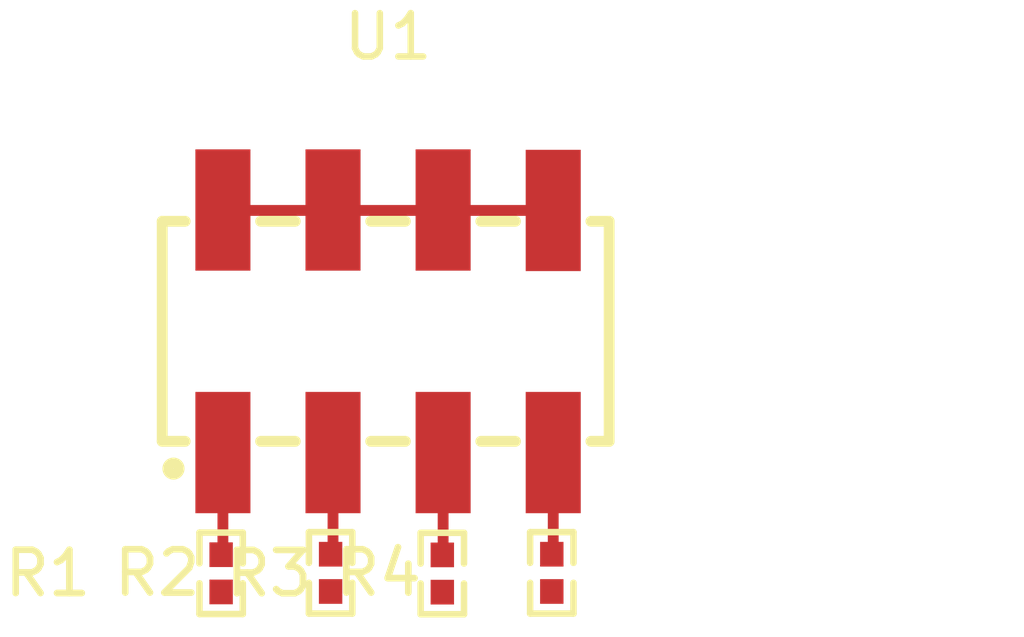
<source format=kicad_pcb>
(kicad_pcb (version 20241229) (generator "pcbnew") (generator_version "9.0")
  (layers (0 "F.Cu" signal) (2 "B.Cu" signal) (13 "F.Paste" user) (15 "B.Paste" user) (5 "F.SilkS" user "F.Silkscreen") (7 "B.SilkS" user "B.Silkscreen") (1 "F.Mask" user) (3 "B.Mask" user) (25 "Edge.Cuts" user))
  (net 0 "")
  (net 1 "r1.footprint.pins[0].net-net")
  (net 2 "r1.footprint.pins[1].net-net")
  (net 3 "r2.footprint.pins[0].net-net")
  (net 4 "r2.footprint.pins[1].net-net")
  (net 5 "r3.footprint.pins[0].net-net")
  (net 6 "r3.footprint.pins[1].net-net")
  (net 7 "r4.footprint.pins[0].net-net")
  (net 8 "r4.footprint.pins[1].net-net")
  (footprint "lib:HDR-SMD_8P-P2.54-V-M-R2-C4-LS7.4" (layer "F.Cu") (at 133.82 54.325 0)
    (property "Reference" "U1" (at 0 -6.8 0) (layer "F.SilkS") (hide no))
    (property "Value" "")
    (fp_line (start -5.21 -2.54) (end -5.21 2.54) (stroke (width 0.25)) (layer "F.SilkS"))
    (fp_line (start -5.21 -2.54) (end -4.68 -2.54) (stroke (width 0.25)) (layer "F.SilkS"))
    (fp_line (start -5.21 2.54) (end -4.68 2.54) (stroke (width 0.25)) (layer "F.SilkS"))
    (fp_line (start -2.94 -2.54) (end -2.14 -2.54) (stroke (width 0.25)) (layer "F.SilkS"))
    (fp_line (start -2.94 2.54) (end -2.14 2.54) (stroke (width 0.25)) (layer "F.SilkS"))
    (fp_line (start -0.4 -2.54) (end 0.4 -2.54) (stroke (width 0.25)) (layer "F.SilkS"))
    (fp_line (start -0.4 2.54) (end 0.4 2.54) (stroke (width 0.25)) (layer "F.SilkS"))
    (fp_line (start 2.14 -2.54) (end 2.94 -2.54) (stroke (width 0.25)) (layer "F.SilkS"))
    (fp_line (start 2.14 2.54) (end 2.94 2.54) (stroke (width 0.25)) (layer "F.SilkS"))
    (fp_line (start 4.68 2.54) (end 5.1 2.54) (stroke (width 0.25)) (layer "F.SilkS"))
    (fp_line (start 5.1 -2.54) (end 4.68 -2.54) (stroke (width 0.25)) (layer "F.SilkS"))
    (fp_line (start 5.1 2.54) (end 5.1 -2.54) (stroke (width 0.25)) (layer "F.SilkS"))
    (fp_circle (center -4.95 3.17) (end -4.82 3.17) (stroke (width 0.25)) (fill no) (layer "F.SilkS"))
    (pad "1" smd rect (at -3.81 2.8 0) (size 1.27 2.8) (layers "F.Cu" "F.Mask" "F.Paste") (net 2 "r1.footprint.pins[1].net-net"))
    (pad "2" smd rect (at -3.81 -2.8 0) (size 1.27 2.8) (layers "F.Cu" "F.Mask" "F.Paste") (net 0 ""))
    (pad "3" smd rect (at -1.27 2.8 0) (size 1.27 2.8) (layers "F.Cu" "F.Mask" "F.Paste") (net 4 "r2.footprint.pins[1].net-net"))
    (pad "4" smd rect (at -1.27 -2.8 0) (size 1.27 2.8) (layers "F.Cu" "F.Mask" "F.Paste") (net 0 ""))
    (pad "5" smd rect (at 1.27 2.8 0) (size 1.27 2.8) (layers "F.Cu" "F.Mask" "F.Paste") (net 6 "r3.footprint.pins[1].net-net"))
    (pad "6" smd rect (at 1.27 -2.8 0) (size 1.27 2.8) (layers "F.Cu" "F.Mask" "F.Paste") (net 0 ""))
    (pad "7" smd rect (at 3.81 2.8 0) (size 1.27 2.8) (layers "F.Cu" "F.Mask" "F.Paste") (net 8 "r4.footprint.pins[1].net-net"))
    (pad "8" smd rect (at 3.81 -2.79 0) (size 1.27 2.8) (layers "F.Cu" "F.Mask" "F.Paste") (net 0 ""))
  )
  (footprint "atopile:R0402-56259e" (layer "F.Cu") (at 135.071638 59.917421 90)
    (property "Reference" "R3" (at 0 -4 0) (layer "F.SilkS") (hide no))
    (property "Value" "1kΩ ±1% 62.5mW")
    (fp_line (start -0.23 0.5) (end -0.94 0.5) (stroke (width 0.15)) (layer "F.SilkS"))
    (fp_line (start -0.94 0.5) (end -0.94 -0.5) (stroke (width 0.15)) (layer "F.SilkS"))
    (fp_line (start -0.94 -0.5) (end -0.23 -0.5) (stroke (width 0.15)) (layer "F.SilkS"))
    (fp_line (start 0.23 0.5) (end 0.94 0.5) (stroke (width 0.15)) (layer "F.SilkS"))
    (fp_line (start 0.94 0.5) (end 0.94 -0.5) (stroke (width 0.15)) (layer "F.SilkS"))
    (fp_line (start 0.94 -0.5) (end 0.23 -0.5) (stroke (width 0.15)) (layer "F.SilkS"))
    (fp_text user "${REFERENCE}" (at 0 -4 0) (layer "F.SilkS"))
    (pad "2" smd rect (at 0.43 0 90) (size 0.57 0.54) (layers "F.Cu" "F.Paste" "F.Mask") (net 6 "r3.footprint.pins[1].net-net"))
    (pad "1" smd rect (at -0.43 0 90) (size 0.57 0.54) (layers "F.Cu" "F.Paste" "F.Mask") (net 5 "r3.footprint.pins[0].net-net"))
  )
  (footprint "atopile:R0402-56259e" (layer "F.Cu") (at 129.969138 59.912715 90)
    (property "Reference" "R1" (at 0 -4 0) (layer "F.SilkS") (hide no))
    (property "Value" "1kΩ ±1% 62.5mW")
    (fp_line (start -0.23 0.5) (end -0.94 0.5) (stroke (width 0.15)) (layer "F.SilkS"))
    (fp_line (start -0.94 0.5) (end -0.94 -0.5) (stroke (width 0.15)) (layer "F.SilkS"))
    (fp_line (start -0.94 -0.5) (end -0.23 -0.5) (stroke (width 0.15)) (layer "F.SilkS"))
    (fp_line (start 0.23 0.5) (end 0.94 0.5) (stroke (width 0.15)) (layer "F.SilkS"))
    (fp_line (start 0.94 0.5) (end 0.94 -0.5) (stroke (width 0.15)) (layer "F.SilkS"))
    (fp_line (start 0.94 -0.5) (end 0.23 -0.5) (stroke (width 0.15)) (layer "F.SilkS"))
    (fp_text user "${REFERENCE}" (at 0 -4 0) (layer "F.SilkS"))
    (pad "2" smd rect (at 0.43 0 90) (size 0.57 0.54) (layers "F.Cu" "F.Paste" "F.Mask") (net 2 "r1.footprint.pins[1].net-net"))
    (pad "1" smd rect (at -0.43 0 90) (size 0.57 0.54) (layers "F.Cu" "F.Paste" "F.Mask") (net 1 "r1.footprint.pins[0].net-net"))
  )
  (footprint "atopile:R0402-56259e" (layer "F.Cu") (at 132.494355 59.902051 90)
    (property "Reference" "R2" (at 0 -4 0) (layer "F.SilkS") (hide no))
    (property "Value" "1kΩ ±1% 62.5mW")
    (fp_line (start -0.23 0.5) (end -0.94 0.5) (stroke (width 0.15)) (layer "F.SilkS"))
    (fp_line (start -0.94 0.5) (end -0.94 -0.5) (stroke (width 0.15)) (layer "F.SilkS"))
    (fp_line (start -0.94 -0.5) (end -0.23 -0.5) (stroke (width 0.15)) (layer "F.SilkS"))
    (fp_line (start 0.23 0.5) (end 0.94 0.5) (stroke (width 0.15)) (layer "F.SilkS"))
    (fp_line (start 0.94 0.5) (end 0.94 -0.5) (stroke (width 0.15)) (layer "F.SilkS"))
    (fp_line (start 0.94 -0.5) (end 0.23 -0.5) (stroke (width 0.15)) (layer "F.SilkS"))
    (fp_text user "${REFERENCE}" (at 0 -4 0) (layer "F.SilkS"))
    (pad "2" smd rect (at 0.43 0 90) (size 0.57 0.54) (layers "F.Cu" "F.Paste" "F.Mask") (net 4 "r2.footprint.pins[1].net-net"))
    (pad "1" smd rect (at -0.43 0 90) (size 0.57 0.54) (layers "F.Cu" "F.Paste" "F.Mask") (net 3 "r2.footprint.pins[0].net-net"))
  )
  (footprint "atopile:R0402-56259e" (layer "F.Cu") (at 137.596855 59.902051 90)
    (property "Reference" "R4" (at 0 -4 0) (layer "F.SilkS") (hide no))
    (property "Value" "1kΩ ±1% 62.5mW")
    (fp_line (start -0.23 0.5) (end -0.94 0.5) (stroke (width 0.15)) (layer "F.SilkS"))
    (fp_line (start -0.94 0.5) (end -0.94 -0.5) (stroke (width 0.15)) (layer "F.SilkS"))
    (fp_line (start -0.94 -0.5) (end -0.23 -0.5) (stroke (width 0.15)) (layer "F.SilkS"))
    (fp_line (start 0.23 0.5) (end 0.94 0.5) (stroke (width 0.15)) (layer "F.SilkS"))
    (fp_line (start 0.94 0.5) (end 0.94 -0.5) (stroke (width 0.15)) (layer "F.SilkS"))
    (fp_line (start 0.94 -0.5) (end 0.23 -0.5) (stroke (width 0.15)) (layer "F.SilkS"))
    (fp_text user "${REFERENCE}" (at 0 -4 0) (layer "F.SilkS"))
    (pad "2" smd rect (at 0.43 0 90) (size 0.57 0.54) (layers "F.Cu" "F.Paste" "F.Mask") (net 8 "r4.footprint.pins[1].net-net"))
    (pad "1" smd rect (at -0.43 0 90) (size 0.57 0.54) (layers "F.Cu" "F.Paste" "F.Mask") (net 7 "r4.footprint.pins[0].net-net"))
  )
  (segment (start 130.01 57.125) (end 130.01 59.361853) (width 0.25) (net 2) (layer "F.Cu"))
  (segment (start 130.01 59.361853) (end 129.969138 59.402715) (width 0.25) (net 2) (layer "F.Cu"))
  (segment (start 132.55 57.125) (end 132.55 59.336406) (width 0.25) (net 4) (layer "F.Cu"))
  (segment (start 132.55 59.336406) (end 132.494355 59.392051) (width 0.25) (net 4) (layer "F.Cu"))
  (segment (start 135.09 59.389059) (end 135.071638 59.407421) (width 0.25) (net 6) (layer "F.Cu"))
  (segment (start 135.09 57.125) (end 135.09 59.389059) (width 0.25) (net 6) (layer "F.Cu"))
  (segment (start 137.63 59.358906) (end 137.596855 59.392051) (width 0.25) (net 8) (layer "F.Cu"))
  (segment (start 137.63 57.125) (end 137.63 59.358906) (width 0.25) (net 8) (layer "F.Cu"))
  (segment (start 137.63 51.535) (end 130.02 51.535) (width 0.25) (net 0) (layer "F.Cu"))
  (segment (start 130.02 51.535) (end 130.01 51.525) (width 0.25) (net 0) (layer "F.Cu"))
)
</source>
